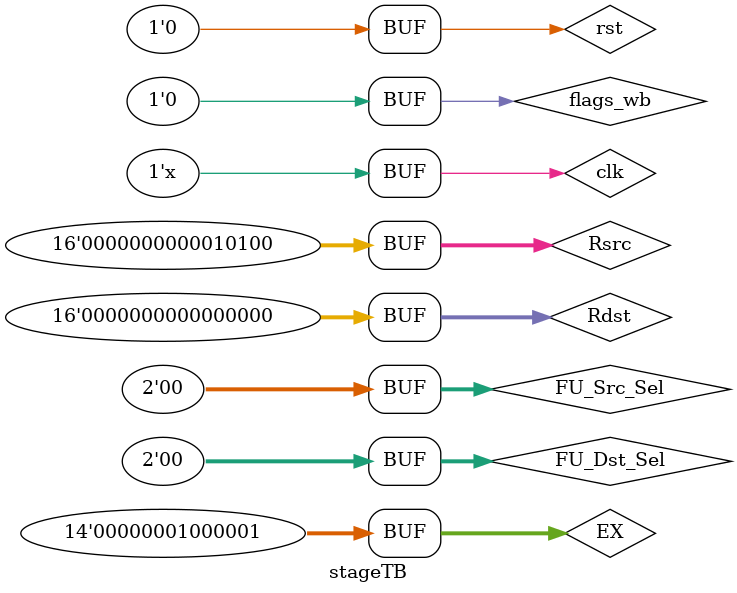
<source format=v>

module stageTB;
  
  reg [15:0] Rsrc,Rdst;
  reg [3:0] shiftamount;
  reg clk,rst;
  reg [13:0] EX;
  reg [1:0] FU_Src_Sel;
  reg [1:0] FU_Dst_Sel;
  reg flags_wb;
  reg [15:0] Immediate;
  reg [15:0] SP_Low;
  reg [15:0] IN_PORT;
  reg [15:0] ALU_After_E_M;
  reg [15:0] WB;


  wire [15:0] ALU_Result;
  wire [2:0] flags_out;

  ExecuteStage letsCompute (clk,rst,EX,FU_Src_Sel,FU_Dst_Sel,flags_wb,Rsrc,Rdst,shiftamount,Immediate,SP_Low,IN_PORT,ALU_After_E_M,WB,ALU_Result,flags_out);
    always#50 clk = ~clk;
  initial begin

    rst=1;
    clk=1;

    #100;
    flags_wb=0;
    rst=0;
    EX=14'b0000_0001_000001;
    Rsrc = 20;
    Rdst = 0; 
    FU_Dst_Sel=0;
    FU_Src_Sel=0;
    

  end

endmodule
</source>
